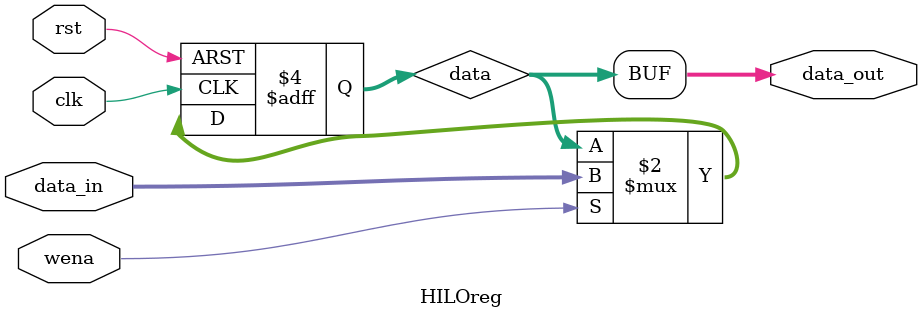
<source format=v>
`timescale 1ns / 1ps


module HILOreg(
input clk,
input rst,
input wena,
input [31:0]data_in,
output[31:0]data_out
);
reg    [31:0]data;
always @(posedge clk or posedge rst)
    if (rst)
        data <= 32'h00000000;
    else if ( wena)
        data <= data_in;
assign data_out = data;
endmodule

</source>
